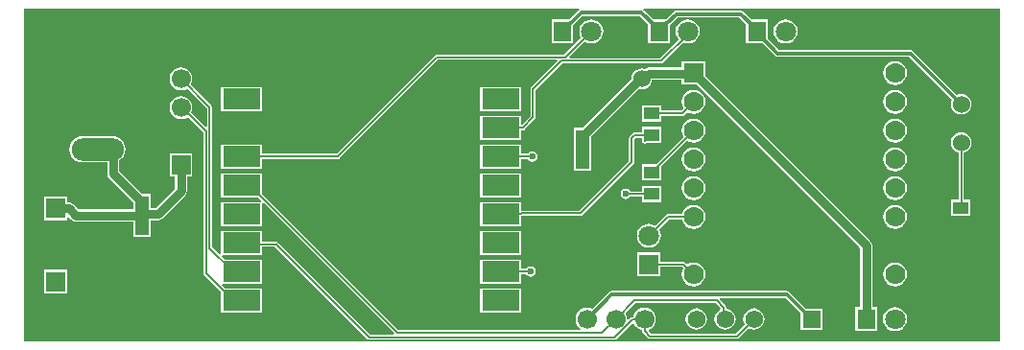
<source format=gtl>
G04*
G04 #@! TF.GenerationSoftware,Altium Limited,Altium Designer,21.7.2 (23)*
G04*
G04 Layer_Physical_Order=1*
G04 Layer_Color=255*
%FSLAX25Y25*%
%MOIN*%
G70*
G04*
G04 #@! TF.SameCoordinates,6DFCDF27-08A9-4E5E-AB17-D276871F0FC1*
G04*
G04*
G04 #@! TF.FilePolarity,Positive*
G04*
G01*
G75*
%ADD11C,0.00600*%
%ADD14R,0.05421X0.04459*%
%ADD15R,0.04724X0.13780*%
%ADD25C,0.07000*%
%ADD32C,0.01200*%
%ADD33C,0.03000*%
%ADD34C,0.07087*%
%ADD35R,0.07087X0.07087*%
%ADD36R,0.07000X0.07000*%
%ADD37R,0.12960X0.07200*%
%ADD38R,0.06200X0.07087*%
%ADD39C,0.06000*%
%ADD40C,0.06200*%
%ADD41R,0.06200X0.06200*%
%ADD42C,0.06693*%
%ADD43R,0.06693X0.06693*%
%ADD44R,0.06693X0.06693*%
%ADD45O,0.18110X0.07874*%
%ADD46O,0.07874X0.18110*%
%ADD47C,0.02362*%
G36*
X360878Y101583D02*
Y42528D01*
Y14121D01*
X22121D01*
Y129989D01*
X214668D01*
X214820Y129489D01*
X214635Y129365D01*
X211421Y126151D01*
X211382Y126143D01*
X205300D01*
Y117857D01*
X212700D01*
Y124006D01*
X212808Y124078D01*
X216007Y127277D01*
X235936D01*
X238800Y124413D01*
Y117857D01*
X246200D01*
Y124006D01*
X246308Y124078D01*
X249007Y126777D01*
X270437D01*
X272800Y124413D01*
Y117857D01*
X278470D01*
X282882Y113444D01*
X283279Y113179D01*
X283747Y113086D01*
X329377D01*
X344238Y98225D01*
X343993Y97633D01*
X343869Y96693D01*
X343993Y95753D01*
X344355Y94877D01*
X344933Y94125D01*
X345685Y93548D01*
X346560Y93186D01*
X347500Y93062D01*
X348440Y93186D01*
X349316Y93548D01*
X350067Y94125D01*
X350645Y94877D01*
X351007Y95753D01*
X351131Y96693D01*
X351007Y97633D01*
X350645Y98509D01*
X350067Y99261D01*
X349316Y99838D01*
X348440Y100200D01*
X347500Y100324D01*
X346560Y100200D01*
X345968Y99955D01*
X330749Y115174D01*
X330352Y115440D01*
X329884Y115533D01*
X284254D01*
X280200Y119587D01*
Y126143D01*
X274530D01*
X271808Y128865D01*
X271411Y129130D01*
X270943Y129224D01*
X248500D01*
X248032Y129130D01*
X247635Y128865D01*
X244921Y126151D01*
X244882Y126143D01*
X240530D01*
X237308Y129365D01*
X237124Y129489D01*
X237275Y129989D01*
X360878D01*
Y101583D01*
D02*
G37*
%LPC*%
G36*
X286500Y126179D02*
X285418Y126037D01*
X284411Y125619D01*
X283545Y124955D01*
X282881Y124090D01*
X282463Y123082D01*
X282321Y122000D01*
X282463Y120918D01*
X282881Y119911D01*
X283545Y119045D01*
X284411Y118381D01*
X285418Y117963D01*
X286500Y117821D01*
X287582Y117963D01*
X288590Y118381D01*
X289455Y119045D01*
X290119Y119911D01*
X290537Y120918D01*
X290679Y122000D01*
X290537Y123082D01*
X290119Y124090D01*
X289455Y124955D01*
X288590Y125619D01*
X287582Y126037D01*
X286500Y126179D01*
D02*
G37*
G36*
X252500D02*
X251418Y126037D01*
X250411Y125619D01*
X249545Y124955D01*
X248881Y124090D01*
X248463Y123082D01*
X248321Y122000D01*
X248463Y120918D01*
X248881Y119911D01*
X249416Y119213D01*
X242900Y112698D01*
X211649D01*
X211457Y113159D01*
X216779Y118482D01*
X216911Y118381D01*
X217918Y117963D01*
X219000Y117821D01*
X220082Y117963D01*
X221090Y118381D01*
X221955Y119045D01*
X222619Y119911D01*
X223037Y120918D01*
X223179Y122000D01*
X223037Y123082D01*
X222619Y124090D01*
X221955Y124955D01*
X221090Y125619D01*
X220082Y126037D01*
X219000Y126179D01*
X217918Y126037D01*
X216911Y125619D01*
X216045Y124955D01*
X215381Y124090D01*
X214963Y123082D01*
X214821Y122000D01*
X214963Y120918D01*
X215381Y119911D01*
X215481Y119779D01*
X209600Y113898D01*
X165422D01*
X165071Y113828D01*
X164773Y113629D01*
X130562Y79418D01*
X104580D01*
Y82700D01*
X90420D01*
Y74300D01*
X104580D01*
Y77582D01*
X130942D01*
X131293Y77652D01*
X131591Y77851D01*
X165802Y112062D01*
X207077D01*
X207268Y111600D01*
X198135Y102467D01*
X197936Y102169D01*
X197866Y101818D01*
Y92488D01*
X195080Y89702D01*
X194580Y89909D01*
Y92700D01*
X180420D01*
Y84300D01*
X194580D01*
Y87582D01*
X195176D01*
X195527Y87652D01*
X195825Y87851D01*
X199433Y91459D01*
X199631Y91757D01*
X199701Y92108D01*
Y101438D01*
X209126Y110862D01*
X243280D01*
X243631Y110932D01*
X243929Y111131D01*
X250954Y118156D01*
X251418Y117963D01*
X252500Y117821D01*
X253582Y117963D01*
X254590Y118381D01*
X255455Y119045D01*
X256119Y119911D01*
X256537Y120918D01*
X256679Y122000D01*
X256537Y123082D01*
X256119Y124090D01*
X255455Y124955D01*
X254590Y125619D01*
X253582Y126037D01*
X252500Y126179D01*
D02*
G37*
G36*
X258600Y111600D02*
X250400D01*
Y109391D01*
X239062D01*
X238242Y109228D01*
X237731Y108887D01*
X237440Y109007D01*
X236500Y109131D01*
X235560Y109007D01*
X234684Y108645D01*
X233932Y108068D01*
X233355Y107316D01*
X232993Y106440D01*
X232869Y105500D01*
X232879Y105423D01*
X215934Y88478D01*
X213038D01*
Y73498D01*
X218962D01*
Y85450D01*
X235521Y102009D01*
X235560Y101993D01*
X236500Y101869D01*
X237440Y101993D01*
X238316Y102355D01*
X239068Y102932D01*
X239645Y103684D01*
X240007Y104560D01*
X240080Y105109D01*
X250400D01*
Y103400D01*
X255572D01*
X312359Y46613D01*
Y26143D01*
X310800D01*
Y17857D01*
X318200D01*
Y26143D01*
X316641D01*
Y47500D01*
X316478Y48319D01*
X316014Y49014D01*
X258600Y106428D01*
Y111600D01*
D02*
G37*
G36*
X324500Y111635D02*
X323430Y111495D01*
X322432Y111081D01*
X321576Y110424D01*
X320919Y109568D01*
X320505Y108570D01*
X320365Y107500D01*
X320505Y106430D01*
X320919Y105432D01*
X321576Y104576D01*
X322432Y103919D01*
X323430Y103506D01*
X324500Y103365D01*
X325570Y103506D01*
X326568Y103919D01*
X327424Y104576D01*
X328081Y105432D01*
X328495Y106430D01*
X328635Y107500D01*
X328495Y108570D01*
X328081Y109568D01*
X327424Y110424D01*
X326568Y111081D01*
X325570Y111495D01*
X324500Y111635D01*
D02*
G37*
G36*
X254500Y101635D02*
X253430Y101495D01*
X252432Y101081D01*
X251576Y100424D01*
X250919Y99568D01*
X250505Y98570D01*
X250365Y97500D01*
X250505Y96430D01*
X250919Y95432D01*
X251012Y95310D01*
X250158Y94455D01*
X243400D01*
Y96367D01*
X236779D01*
Y90708D01*
X243400D01*
Y92620D01*
X250538D01*
X250889Y92690D01*
X251187Y92889D01*
X252310Y94012D01*
X252432Y93919D01*
X253430Y93506D01*
X254500Y93365D01*
X255570Y93506D01*
X256568Y93919D01*
X257424Y94576D01*
X258081Y95432D01*
X258494Y96430D01*
X258635Y97500D01*
X258494Y98570D01*
X258081Y99568D01*
X257424Y100424D01*
X256568Y101081D01*
X255570Y101495D01*
X254500Y101635D01*
D02*
G37*
G36*
X194580Y102700D02*
X180420D01*
Y94300D01*
X194580D01*
Y102700D01*
D02*
G37*
G36*
X104580D02*
X90420D01*
Y94300D01*
X104580D01*
Y102700D01*
D02*
G37*
G36*
X324500Y101635D02*
X323430Y101495D01*
X322432Y101081D01*
X321576Y100424D01*
X320919Y99568D01*
X320505Y98570D01*
X320365Y97500D01*
X320505Y96430D01*
X320919Y95432D01*
X321576Y94576D01*
X322432Y93919D01*
X323430Y93506D01*
X324500Y93365D01*
X325570Y93506D01*
X326568Y93919D01*
X327424Y94576D01*
X328081Y95432D01*
X328495Y96430D01*
X328635Y97500D01*
X328495Y98570D01*
X328081Y99568D01*
X327424Y100424D01*
X326568Y101081D01*
X325570Y101495D01*
X324500Y101635D01*
D02*
G37*
G36*
X76500Y109481D02*
X75470Y109345D01*
X74510Y108947D01*
X73685Y108315D01*
X73053Y107490D01*
X72655Y106530D01*
X72519Y105500D01*
X72655Y104470D01*
X73053Y103510D01*
X73685Y102685D01*
X74510Y102053D01*
X75470Y101655D01*
X76500Y101520D01*
X77530Y101655D01*
X78490Y102053D01*
X78580Y102122D01*
X85525Y95177D01*
Y88926D01*
X85063Y88734D01*
X80047Y93751D01*
X80345Y94470D01*
X80480Y95500D01*
X80345Y96530D01*
X79947Y97490D01*
X79315Y98315D01*
X78490Y98947D01*
X77530Y99345D01*
X76500Y99480D01*
X75470Y99345D01*
X74510Y98947D01*
X73685Y98315D01*
X73053Y97490D01*
X72655Y96530D01*
X72519Y95500D01*
X72655Y94470D01*
X73053Y93510D01*
X73685Y92685D01*
X74510Y92053D01*
X75470Y91655D01*
X76500Y91519D01*
X77530Y91655D01*
X78490Y92053D01*
X78863Y92339D01*
X84325Y86877D01*
Y37877D01*
X84395Y37526D01*
X84594Y37228D01*
X90420Y31402D01*
Y24300D01*
X104580D01*
Y32700D01*
X91718D01*
X90618Y33800D01*
X90825Y34300D01*
X104580D01*
Y42700D01*
X91718D01*
X90618Y43800D01*
X90825Y44300D01*
X104580D01*
Y47082D01*
X109120D01*
X141211Y14991D01*
X141509Y14792D01*
X141860Y14722D01*
X227145D01*
X227496Y14792D01*
X227794Y14991D01*
X233307Y20504D01*
X233897Y20387D01*
X234053Y20010D01*
X234685Y19185D01*
X235510Y18553D01*
X236470Y18155D01*
X236582Y18140D01*
Y17874D01*
X236652Y17523D01*
X236851Y17225D01*
X238725Y15351D01*
X239023Y15152D01*
X239374Y15082D01*
X269500D01*
X269851Y15152D01*
X270149Y15351D01*
X273595Y18798D01*
X273634Y18768D01*
X274534Y18395D01*
X275500Y18268D01*
X276466Y18395D01*
X277366Y18768D01*
X278139Y19361D01*
X278732Y20134D01*
X279105Y21034D01*
X279232Y22000D01*
X279105Y22966D01*
X278732Y23866D01*
X278139Y24639D01*
X277366Y25232D01*
X276466Y25605D01*
X275500Y25732D01*
X274534Y25605D01*
X273634Y25232D01*
X272861Y24639D01*
X272268Y23866D01*
X271895Y22966D01*
X271768Y22000D01*
X271895Y21034D01*
X272268Y20134D01*
X272298Y20095D01*
X269120Y16918D01*
X239754D01*
X238903Y17768D01*
X239020Y18358D01*
X239490Y18553D01*
X240315Y19185D01*
X240947Y20010D01*
X241345Y20970D01*
X241480Y22000D01*
X241345Y23030D01*
X240947Y23990D01*
X240315Y24815D01*
X239490Y25447D01*
X238530Y25845D01*
X237500Y25980D01*
X236470Y25845D01*
X235510Y25447D01*
X234685Y24815D01*
X234053Y23990D01*
X233655Y23030D01*
X233607Y22666D01*
X233254D01*
X232902Y22596D01*
X232605Y22397D01*
X231920Y21712D01*
X231472Y21934D01*
X231481Y22000D01*
X231345Y23030D01*
X230947Y23990D01*
X230878Y24080D01*
X234380Y27582D01*
X262120D01*
X263843Y25860D01*
X263725Y25270D01*
X263634Y25232D01*
X262861Y24639D01*
X262268Y23866D01*
X261895Y22966D01*
X261768Y22000D01*
X261895Y21034D01*
X262268Y20134D01*
X262861Y19361D01*
X263634Y18768D01*
X264534Y18395D01*
X265500Y18268D01*
X266466Y18395D01*
X267366Y18768D01*
X268139Y19361D01*
X268732Y20134D01*
X269105Y21034D01*
X269232Y22000D01*
X269105Y22966D01*
X268732Y23866D01*
X268139Y24639D01*
X267366Y25232D01*
X266466Y25605D01*
X265918Y25677D01*
Y26000D01*
X265848Y26351D01*
X265649Y26649D01*
X263521Y28776D01*
X263728Y29276D01*
X286493D01*
X291800Y23970D01*
Y18300D01*
X299200D01*
Y25700D01*
X293530D01*
X287865Y31365D01*
X287468Y31630D01*
X287000Y31723D01*
X226000D01*
X225532Y31630D01*
X225135Y31365D01*
X219297Y25527D01*
X218530Y25845D01*
X217500Y25980D01*
X216470Y25845D01*
X215510Y25447D01*
X214685Y24815D01*
X214053Y23990D01*
X213655Y23030D01*
X213520Y22000D01*
X213655Y20970D01*
X214053Y20010D01*
X214685Y19185D01*
X215321Y18698D01*
X215151Y18198D01*
X151980D01*
X104580Y65598D01*
Y72700D01*
X90420D01*
Y64300D01*
X103282D01*
X104382Y63200D01*
X104175Y62700D01*
X90420D01*
Y54300D01*
X104580D01*
Y62295D01*
X105080Y62502D01*
X150525Y17057D01*
X150318Y16557D01*
X142241D01*
X110149Y48649D01*
X109851Y48848D01*
X109500Y48918D01*
X104580D01*
Y52700D01*
X90420D01*
Y44705D01*
X89920Y44498D01*
X87361Y47057D01*
Y95557D01*
X87291Y95908D01*
X87092Y96206D01*
X79878Y103420D01*
X79947Y103510D01*
X80345Y104470D01*
X80480Y105500D01*
X80345Y106530D01*
X79947Y107490D01*
X79315Y108315D01*
X78490Y108947D01*
X77530Y109345D01*
X76500Y109481D01*
D02*
G37*
G36*
X324500Y91635D02*
X323430Y91495D01*
X322432Y91081D01*
X321576Y90424D01*
X320919Y89568D01*
X320505Y88570D01*
X320365Y87500D01*
X320505Y86430D01*
X320919Y85432D01*
X321576Y84576D01*
X322432Y83919D01*
X323430Y83505D01*
X324500Y83365D01*
X325570Y83505D01*
X326568Y83919D01*
X327424Y84576D01*
X328081Y85432D01*
X328495Y86430D01*
X328635Y87500D01*
X328495Y88570D01*
X328081Y89568D01*
X327424Y90424D01*
X326568Y91081D01*
X325570Y91495D01*
X324500Y91635D01*
D02*
G37*
G36*
X254500D02*
X253430Y91495D01*
X252432Y91081D01*
X251576Y90424D01*
X250919Y89568D01*
X250505Y88570D01*
X250365Y87500D01*
X250505Y86430D01*
X250919Y85432D01*
X251012Y85310D01*
X241569Y75867D01*
X236779D01*
Y70208D01*
X243400D01*
Y75102D01*
X252310Y84012D01*
X252432Y83919D01*
X253430Y83505D01*
X254500Y83365D01*
X255570Y83505D01*
X256568Y83919D01*
X257424Y84576D01*
X258081Y85432D01*
X258494Y86430D01*
X258635Y87500D01*
X258494Y88570D01*
X258081Y89568D01*
X257424Y90424D01*
X256568Y91081D01*
X255570Y91495D01*
X254500Y91635D01*
D02*
G37*
G36*
X243400Y88759D02*
X236779D01*
Y86847D01*
X233929D01*
X233578Y86777D01*
X233280Y86578D01*
X232351Y85649D01*
X232152Y85351D01*
X232082Y85000D01*
Y76786D01*
X214969Y59673D01*
X194608D01*
X194580Y59696D01*
Y62700D01*
X180420D01*
Y54300D01*
X194580D01*
Y57769D01*
X194880Y57828D01*
X194894Y57838D01*
X215349D01*
X215701Y57908D01*
X215998Y58106D01*
X233649Y75757D01*
X233848Y76055D01*
X233918Y76406D01*
Y84620D01*
X234310Y85012D01*
X236779D01*
Y84089D01*
X236761Y84000D01*
Y83925D01*
X236779Y83837D01*
Y83100D01*
X237294D01*
X237328Y83077D01*
X237679Y83008D01*
X238030Y83077D01*
X238064Y83100D01*
X243400D01*
Y88759D01*
D02*
G37*
G36*
X194580Y82700D02*
X180420D01*
Y74300D01*
X194580D01*
Y77582D01*
X196971D01*
X197216Y77216D01*
X197805Y76822D01*
X198500Y76684D01*
X199195Y76822D01*
X199784Y77216D01*
X200178Y77805D01*
X200316Y78500D01*
X200178Y79195D01*
X199784Y79784D01*
X199195Y80178D01*
X198500Y80316D01*
X197805Y80178D01*
X197216Y79784D01*
X196971Y79418D01*
X194580D01*
Y82700D01*
D02*
G37*
G36*
X324500Y81635D02*
X323430Y81494D01*
X322432Y81081D01*
X321576Y80424D01*
X320919Y79568D01*
X320505Y78570D01*
X320365Y77500D01*
X320505Y76430D01*
X320919Y75432D01*
X321576Y74576D01*
X322432Y73919D01*
X323430Y73506D01*
X324500Y73365D01*
X325570Y73506D01*
X326568Y73919D01*
X327424Y74576D01*
X328081Y75432D01*
X328495Y76430D01*
X328635Y77500D01*
X328495Y78570D01*
X328081Y79568D01*
X327424Y80424D01*
X326568Y81081D01*
X325570Y81494D01*
X324500Y81635D01*
D02*
G37*
G36*
X254500D02*
X253430Y81494D01*
X252432Y81081D01*
X251576Y80424D01*
X250919Y79568D01*
X250505Y78570D01*
X250365Y77500D01*
X250505Y76430D01*
X250919Y75432D01*
X251576Y74576D01*
X252432Y73919D01*
X253430Y73506D01*
X254500Y73365D01*
X255570Y73506D01*
X256568Y73919D01*
X257424Y74576D01*
X258081Y75432D01*
X258494Y76430D01*
X258635Y77500D01*
X258494Y78570D01*
X258081Y79568D01*
X257424Y80424D01*
X256568Y81081D01*
X255570Y81494D01*
X254500Y81635D01*
D02*
G37*
G36*
X243400Y68259D02*
X236779D01*
Y66347D01*
X232576D01*
X232284Y66784D01*
X231695Y67178D01*
X231000Y67316D01*
X230305Y67178D01*
X229716Y66784D01*
X229322Y66195D01*
X229184Y65500D01*
X229322Y64805D01*
X229716Y64216D01*
X230305Y63822D01*
X231000Y63684D01*
X231695Y63822D01*
X232284Y64216D01*
X232482Y64512D01*
X236779D01*
Y62600D01*
X243400D01*
Y68259D01*
D02*
G37*
G36*
X194580Y72700D02*
X180420D01*
Y64300D01*
X194580D01*
Y72700D01*
D02*
G37*
G36*
X324500Y71635D02*
X323430Y71495D01*
X322432Y71081D01*
X321576Y70424D01*
X320919Y69568D01*
X320505Y68570D01*
X320365Y67500D01*
X320505Y66430D01*
X320919Y65432D01*
X321576Y64576D01*
X322432Y63919D01*
X323430Y63506D01*
X324500Y63365D01*
X325570Y63506D01*
X326568Y63919D01*
X327424Y64576D01*
X328081Y65432D01*
X328495Y66430D01*
X328635Y67500D01*
X328495Y68570D01*
X328081Y69568D01*
X327424Y70424D01*
X326568Y71081D01*
X325570Y71495D01*
X324500Y71635D01*
D02*
G37*
G36*
X254500D02*
X253430Y71495D01*
X252432Y71081D01*
X251576Y70424D01*
X250919Y69568D01*
X250505Y68570D01*
X250365Y67500D01*
X250505Y66430D01*
X250919Y65432D01*
X251576Y64576D01*
X252432Y63919D01*
X253430Y63506D01*
X254500Y63365D01*
X255570Y63506D01*
X256568Y63919D01*
X257424Y64576D01*
X258081Y65432D01*
X258494Y66430D01*
X258635Y67500D01*
X258494Y68570D01*
X258081Y69568D01*
X257424Y70424D01*
X256568Y71081D01*
X255570Y71495D01*
X254500Y71635D01*
D02*
G37*
G36*
X52618Y85576D02*
X42382D01*
X41197Y85420D01*
X40094Y84963D01*
X39146Y84236D01*
X38419Y83288D01*
X37962Y82184D01*
X37806Y81000D01*
X37962Y79816D01*
X38419Y78712D01*
X39146Y77764D01*
X40094Y77037D01*
X41197Y76580D01*
X42382Y76424D01*
X50835D01*
Y72563D01*
X50998Y71744D01*
X51462Y71049D01*
X60038Y62473D01*
Y60153D01*
X40875D01*
X39014Y62014D01*
X38319Y62478D01*
X37500Y62641D01*
X37143D01*
Y64643D01*
X28857D01*
Y56357D01*
X37143D01*
Y57175D01*
X37605Y57367D01*
X38474Y56498D01*
X39169Y56034D01*
X39988Y55871D01*
X60038D01*
Y50522D01*
X65962D01*
Y56359D01*
X68500D01*
X69319Y56522D01*
X70014Y56986D01*
X78014Y64986D01*
X78478Y65681D01*
X78641Y66500D01*
Y71553D01*
X80446D01*
Y79447D01*
X72553D01*
Y71553D01*
X74359D01*
Y67387D01*
X67613Y60641D01*
X65962D01*
Y65501D01*
X63066D01*
X55117Y73450D01*
Y77199D01*
X55854Y77764D01*
X56581Y78712D01*
X57038Y79816D01*
X57194Y81000D01*
X57038Y82184D01*
X56581Y83288D01*
X55854Y84236D01*
X54906Y84963D01*
X53803Y85420D01*
X52618Y85576D01*
D02*
G37*
G36*
X347500Y86938D02*
X346560Y86814D01*
X345685Y86452D01*
X344933Y85874D01*
X344355Y85123D01*
X343993Y84247D01*
X343869Y83307D01*
X343993Y82367D01*
X344355Y81492D01*
X344933Y80739D01*
X345685Y80162D01*
X346560Y79800D01*
X346582Y79797D01*
Y63400D01*
X344100D01*
Y57741D01*
X350721D01*
Y63400D01*
X348418D01*
Y79797D01*
X348440Y79800D01*
X349316Y80162D01*
X350067Y80739D01*
X350645Y81492D01*
X351007Y82367D01*
X351131Y83307D01*
X351007Y84247D01*
X350645Y85123D01*
X350067Y85874D01*
X349316Y86452D01*
X348440Y86814D01*
X347500Y86938D01*
D02*
G37*
G36*
X324500Y61635D02*
X323430Y61494D01*
X322432Y61081D01*
X321576Y60424D01*
X320919Y59568D01*
X320505Y58570D01*
X320365Y57500D01*
X320505Y56430D01*
X320919Y55432D01*
X321576Y54576D01*
X322432Y53919D01*
X323430Y53505D01*
X324500Y53365D01*
X325570Y53505D01*
X326568Y53919D01*
X327424Y54576D01*
X328081Y55432D01*
X328495Y56430D01*
X328635Y57500D01*
X328495Y58570D01*
X328081Y59568D01*
X327424Y60424D01*
X326568Y61081D01*
X325570Y61494D01*
X324500Y61635D01*
D02*
G37*
G36*
X254500D02*
X253430Y61494D01*
X252432Y61081D01*
X251576Y60424D01*
X250919Y59568D01*
X250505Y58570D01*
X250485Y58418D01*
X245500D01*
X245149Y58348D01*
X244851Y58149D01*
X241221Y54519D01*
X241090Y54619D01*
X240082Y55037D01*
X239000Y55179D01*
X237918Y55037D01*
X236911Y54619D01*
X236045Y53955D01*
X235381Y53089D01*
X234963Y52082D01*
X234821Y51000D01*
X234963Y49918D01*
X235381Y48910D01*
X236045Y48045D01*
X236911Y47381D01*
X237918Y46963D01*
X239000Y46821D01*
X240082Y46963D01*
X241090Y47381D01*
X241955Y48045D01*
X242619Y48910D01*
X243037Y49918D01*
X243179Y51000D01*
X243037Y52082D01*
X242619Y53089D01*
X242518Y53221D01*
X245880Y56582D01*
X250485D01*
X250505Y56430D01*
X250919Y55432D01*
X251576Y54576D01*
X252432Y53919D01*
X253430Y53505D01*
X254500Y53365D01*
X255570Y53505D01*
X256568Y53919D01*
X257424Y54576D01*
X258081Y55432D01*
X258494Y56430D01*
X258635Y57500D01*
X258494Y58570D01*
X258081Y59568D01*
X257424Y60424D01*
X256568Y61081D01*
X255570Y61494D01*
X254500Y61635D01*
D02*
G37*
G36*
X194580Y52700D02*
X180420D01*
Y44300D01*
X194580D01*
Y52700D01*
D02*
G37*
G36*
Y42700D02*
X180420D01*
Y34300D01*
X194580D01*
Y37582D01*
X196471D01*
X196716Y37216D01*
X197305Y36822D01*
X198000Y36684D01*
X198695Y36822D01*
X199284Y37216D01*
X199678Y37805D01*
X199816Y38500D01*
X199678Y39195D01*
X199284Y39784D01*
X198695Y40178D01*
X198000Y40316D01*
X197305Y40178D01*
X196716Y39784D01*
X196471Y39418D01*
X194580D01*
Y42700D01*
D02*
G37*
G36*
X324500Y41635D02*
X323430Y41495D01*
X322432Y41081D01*
X321576Y40424D01*
X320919Y39568D01*
X320505Y38570D01*
X320365Y37500D01*
X320505Y36430D01*
X320919Y35432D01*
X321576Y34576D01*
X322432Y33919D01*
X323430Y33505D01*
X324500Y33365D01*
X325570Y33505D01*
X326568Y33919D01*
X327424Y34576D01*
X328081Y35432D01*
X328495Y36430D01*
X328635Y37500D01*
X328495Y38570D01*
X328081Y39568D01*
X327424Y40424D01*
X326568Y41081D01*
X325570Y41495D01*
X324500Y41635D01*
D02*
G37*
G36*
X243143Y45143D02*
X234857D01*
Y36857D01*
X243143D01*
Y40082D01*
X250620D01*
X251012Y39690D01*
X250919Y39568D01*
X250505Y38570D01*
X250365Y37500D01*
X250505Y36430D01*
X250919Y35432D01*
X251576Y34576D01*
X252432Y33919D01*
X253430Y33505D01*
X254500Y33365D01*
X255570Y33505D01*
X256568Y33919D01*
X257424Y34576D01*
X258081Y35432D01*
X258494Y36430D01*
X258635Y37500D01*
X258494Y38570D01*
X258081Y39568D01*
X257424Y40424D01*
X256568Y41081D01*
X255570Y41495D01*
X254500Y41635D01*
X253430Y41495D01*
X252432Y41081D01*
X252310Y40988D01*
X251649Y41649D01*
X251351Y41848D01*
X251000Y41918D01*
X243143D01*
Y45143D01*
D02*
G37*
G36*
X37143Y39143D02*
X28857D01*
Y30857D01*
X37143D01*
Y39143D01*
D02*
G37*
G36*
X194580Y32700D02*
X180420D01*
Y24300D01*
X194580D01*
Y32700D01*
D02*
G37*
G36*
X255500Y25732D02*
X254534Y25605D01*
X253634Y25232D01*
X252861Y24639D01*
X252268Y23866D01*
X251895Y22966D01*
X251768Y22000D01*
X251895Y21034D01*
X252268Y20134D01*
X252861Y19361D01*
X253634Y18768D01*
X254534Y18395D01*
X255500Y18268D01*
X256466Y18395D01*
X257366Y18768D01*
X258139Y19361D01*
X258732Y20134D01*
X259105Y21034D01*
X259232Y22000D01*
X259105Y22966D01*
X258732Y23866D01*
X258139Y24639D01*
X257366Y25232D01*
X256466Y25605D01*
X255500Y25732D01*
D02*
G37*
G36*
X324500Y26179D02*
X323418Y26037D01*
X322410Y25619D01*
X321545Y24955D01*
X320881Y24090D01*
X320463Y23082D01*
X320321Y22000D01*
X320463Y20918D01*
X320881Y19910D01*
X321545Y19045D01*
X322410Y18381D01*
X323418Y17963D01*
X324500Y17821D01*
X325582Y17963D01*
X326589Y18381D01*
X327455Y19045D01*
X328119Y19910D01*
X328537Y20918D01*
X328679Y22000D01*
X328537Y23082D01*
X328119Y24090D01*
X327455Y24955D01*
X326589Y25619D01*
X325582Y26037D01*
X324500Y26179D01*
D02*
G37*
%LPD*%
D11*
X347411Y60571D02*
X347500Y60660D01*
Y83307D01*
X187500Y38500D02*
X198000D01*
X347340Y60500D02*
X347411Y60571D01*
X151600Y17280D02*
X222780D01*
X100380Y68500D02*
X151600Y17280D01*
X222780D02*
X227500Y22000D01*
X227145Y15640D02*
X233254Y21748D01*
X109500Y48000D02*
X141860Y15640D01*
X227145D01*
X97500Y68500D02*
X100380D01*
X98000Y48000D02*
X109500D01*
X97500Y48500D02*
X98000Y48000D01*
X233254Y21748D02*
X237248D01*
X237500Y22000D01*
X227500D02*
X234000Y28500D01*
X86443Y46677D02*
X94620Y38500D01*
X86443Y46677D02*
Y95557D01*
X194528Y58676D02*
X194608Y58755D01*
X215349D02*
X233000Y76406D01*
X194608Y58755D02*
X215349D01*
X233000Y76406D02*
Y85000D01*
X233929Y85929D01*
X240089D01*
X237679Y83925D02*
Y84000D01*
X239568Y85889D01*
X240049D01*
X187676Y58676D02*
X194528D01*
X187500Y58500D02*
X187676Y58676D01*
X97500Y78500D02*
X130942D01*
X165422Y112980D01*
X209980D01*
X198784Y101818D02*
X208746Y111780D01*
X198784Y92108D02*
Y101818D01*
X208746Y111780D02*
X243280D01*
X187500Y88500D02*
X195176D01*
X198784Y92108D01*
X209980Y112980D02*
X219000Y122000D01*
X243280Y111780D02*
X252500Y121000D01*
X187500Y78500D02*
X198500D01*
X187500D02*
X188000Y79000D01*
X231071Y65429D02*
X240089D01*
X231000Y65500D02*
X231071Y65429D01*
X239000Y41000D02*
X251000D01*
X254500Y37500D01*
X245500Y57500D02*
X254500D01*
X239000Y51000D02*
X245500Y57500D01*
X240064Y73064D02*
X240687Y73687D01*
Y73687D01*
X254500Y87500D01*
X237500Y17874D02*
Y22000D01*
Y17874D02*
X239374Y16000D01*
X269500D01*
X275500Y22000D01*
X265000Y22500D02*
X265500Y22000D01*
X265000Y22500D02*
Y26000D01*
X262500Y28500D02*
X265000Y26000D01*
X234000Y28500D02*
X262500D01*
X184620Y48500D02*
X187500D01*
X240089Y93538D02*
X250538D01*
X254500Y97500D01*
X252500Y121000D02*
Y122000D01*
X94620Y38500D02*
X97500D01*
X76500Y105500D02*
X86443Y95557D01*
X76750Y95750D02*
X85243Y87257D01*
Y37877D02*
Y87257D01*
Y37877D02*
X94620Y28500D01*
X97500D01*
D14*
X347411Y60571D02*
D03*
Y52962D02*
D03*
X240089Y65429D02*
D03*
Y73038D02*
D03*
Y85929D02*
D03*
Y93538D02*
D03*
D15*
X216000Y102012D02*
D03*
Y80988D02*
D03*
X63000Y58012D02*
D03*
Y36988D02*
D03*
D25*
X254500Y97500D02*
D03*
Y87500D02*
D03*
Y77500D02*
D03*
Y67500D02*
D03*
Y57500D02*
D03*
Y47500D02*
D03*
Y37500D02*
D03*
X324500Y107500D02*
D03*
Y97500D02*
D03*
Y87500D02*
D03*
Y77500D02*
D03*
Y67500D02*
D03*
Y57500D02*
D03*
Y47500D02*
D03*
Y37500D02*
D03*
D32*
X276500Y121557D02*
X283747Y114309D01*
X329884D02*
X347500Y96693D01*
X283747Y114309D02*
X329884D01*
X209000Y122000D02*
Y122443D01*
X211500Y124943D01*
X211943D01*
X215500Y128500D01*
X236443D01*
X242500Y122443D01*
Y122000D02*
Y122443D01*
X248500Y128000D02*
X270943D01*
X242500Y122443D02*
X245000Y124943D01*
X245443D01*
X248500Y128000D01*
X270943D02*
X276500Y122443D01*
Y122000D02*
Y122443D01*
Y121557D02*
Y122000D01*
X287000Y30500D02*
X295500Y22000D01*
X226000Y30500D02*
X287000D01*
X217500Y22000D02*
X226000Y30500D01*
D33*
X237312Y105500D02*
X239062Y107250D01*
X235984Y105500D02*
X237312D01*
X239062Y107250D02*
X254250D01*
X216000Y80988D02*
Y85516D01*
X235984Y105500D01*
X254250Y107250D02*
X254500Y107500D01*
X314500Y22000D02*
Y47500D01*
X254500Y107500D02*
X314500Y47500D01*
X68500Y58500D02*
X76500Y66500D01*
Y75500D01*
X63000Y58012D02*
X63488Y58500D01*
X68500D01*
X33000Y60500D02*
X37500D01*
X39988Y58012D01*
X63000D01*
X52976Y72563D02*
Y78749D01*
Y72563D02*
X63000Y62539D01*
X47500Y81000D02*
X50725D01*
X52976Y78749D01*
X63000Y58012D02*
Y62539D01*
D34*
X239000Y51000D02*
D03*
X33000Y25000D02*
D03*
Y50500D02*
D03*
X219000Y122000D02*
D03*
X229000D02*
D03*
X252500D02*
D03*
X262500D02*
D03*
X286500D02*
D03*
X296500D02*
D03*
X324500Y22000D02*
D03*
X334500D02*
D03*
D35*
X239000Y41000D02*
D03*
X33000Y35000D02*
D03*
Y60500D02*
D03*
D36*
X254500Y107500D02*
D03*
D37*
X187500Y28500D02*
D03*
Y48500D02*
D03*
Y38500D02*
D03*
Y58500D02*
D03*
Y68500D02*
D03*
X97500Y38500D02*
D03*
Y28500D02*
D03*
Y58500D02*
D03*
Y48500D02*
D03*
Y68500D02*
D03*
X187500Y88500D02*
D03*
Y78500D02*
D03*
Y98500D02*
D03*
X97500D02*
D03*
Y88500D02*
D03*
Y78500D02*
D03*
D38*
X209000Y122000D02*
D03*
X242500D02*
D03*
X276500D02*
D03*
X314500Y22000D02*
D03*
D39*
X347500Y96693D02*
D03*
Y83307D02*
D03*
X236500Y105500D02*
D03*
D40*
X275500Y22000D02*
D03*
X285500D02*
D03*
X265500D02*
D03*
X255500D02*
D03*
D41*
X295500D02*
D03*
D42*
X76500Y85500D02*
D03*
Y95500D02*
D03*
Y105500D02*
D03*
X217500Y22000D02*
D03*
X227500D02*
D03*
X237500D02*
D03*
D43*
X76500Y75500D02*
D03*
D44*
X207500Y22000D02*
D03*
D45*
X47500Y105408D02*
D03*
Y81000D02*
D03*
D46*
X28995Y92810D02*
D03*
D47*
X198000Y38500D02*
D03*
X198500Y78500D02*
D03*
X231000Y65500D02*
D03*
M02*

</source>
